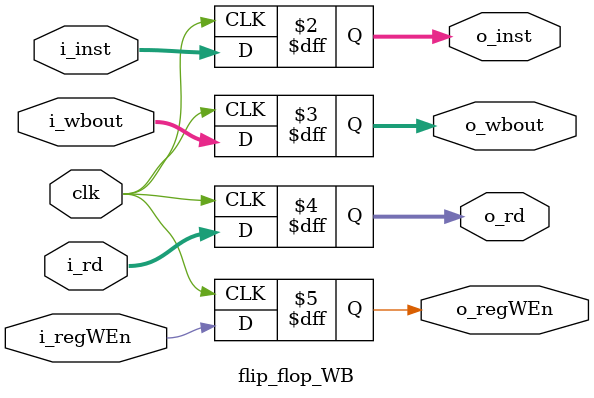
<source format=v>
module flip_flop_WB(i_inst,i_wbout,i_rd,i_regWEn,o_inst,o_wbout,o_rd,o_regWEn,clk);
parameter	INST_LENGTH = 32;
parameter 	DATA_LENGTH = 32;
parameter 	REG_ADDR_LENGTH = 5; 

input [INST_LENGTH-1:0] i_inst;
input [DATA_LENGTH-1:0] i_wbout;
input [REG_ADDR_LENGTH-1:0] i_rd;
input i_regWEn;
input clk;

output reg [INST_LENGTH-1:0] o_inst;
output reg [DATA_LENGTH-1:0] o_wbout;
output reg [REG_ADDR_LENGTH-1:0] o_rd;
output reg o_regWEn;

always @(posedge clk)
begin 
	o_inst = i_inst;
	o_wbout = i_wbout;
	o_rd = i_rd;
	o_regWEn = i_regWEn;
end
endmodule

</source>
